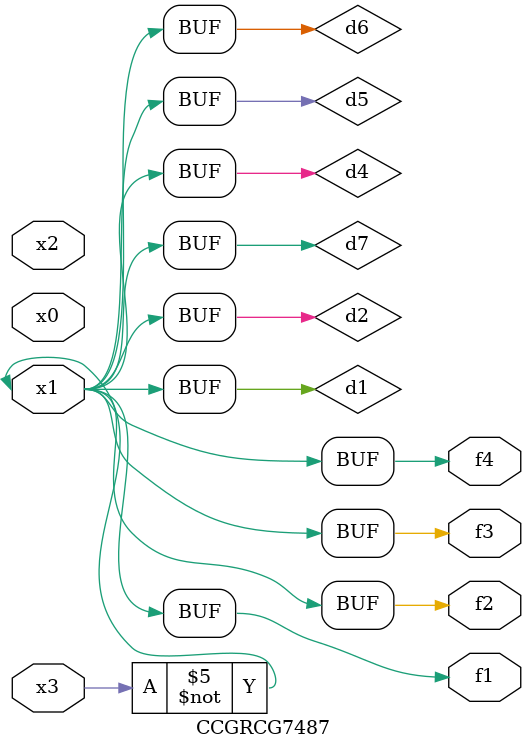
<source format=v>
module CCGRCG7487(
	input x0, x1, x2, x3,
	output f1, f2, f3, f4
);

	wire d1, d2, d3, d4, d5, d6, d7;

	not (d1, x3);
	buf (d2, x1);
	xnor (d3, d1, d2);
	nor (d4, d1);
	buf (d5, d1, d2);
	buf (d6, d4, d5);
	nand (d7, d4);
	assign f1 = d6;
	assign f2 = d7;
	assign f3 = d6;
	assign f4 = d6;
endmodule

</source>
